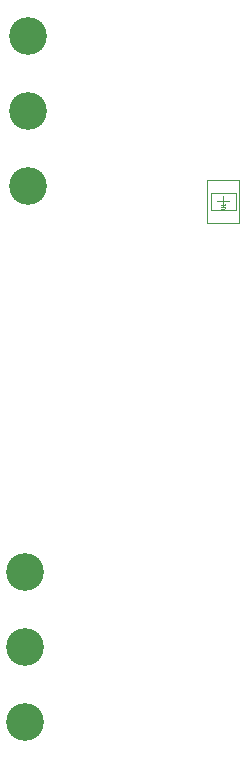
<source format=gts>
G04*
G04 #@! TF.GenerationSoftware,Altium Limited,Altium Designer,21.3.2 (30)*
G04*
G04 Layer_Color=8388736*
%FSLAX25Y25*%
%MOIN*%
G70*
G04*
G04 #@! TF.SameCoordinates,32D37CD9-B2DB-4459-BEB8-4619D630D6D0*
G04*
G04*
G04 #@! TF.FilePolarity,Negative*
G04*
G01*
G75*
%ADD17C,0.00197*%
%ADD18C,0.00394*%
%ADD19C,0.12614*%
D17*
X124319Y242500D02*
X125303D01*
X125500Y242697D01*
Y243090D01*
X125303Y243287D01*
X124319D01*
X125500Y243681D02*
Y244074D01*
Y243878D01*
X124319D01*
X124516Y243681D01*
X119685Y237913D02*
X130315D01*
X119685Y252087D02*
X130315D01*
X119685Y237913D02*
Y252087D01*
X130315Y237913D02*
Y252087D01*
D18*
X120768Y242244D02*
X129232D01*
X120768Y247756D02*
X129232D01*
X120768Y242244D02*
Y247756D01*
X129232Y242244D02*
Y247756D01*
X125000Y243032D02*
Y246969D01*
X123031Y245000D02*
X126969D01*
D19*
X60000Y300000D02*
D03*
Y275000D02*
D03*
Y250000D02*
D03*
X58850Y71480D02*
D03*
Y96480D02*
D03*
Y121480D02*
D03*
M02*

</source>
